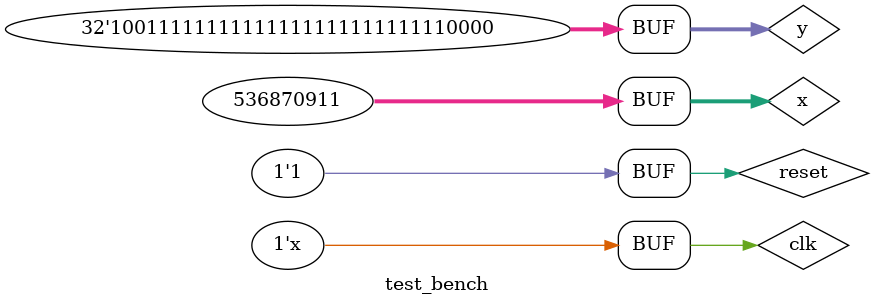
<source format=v>
`timescale 1ns / 1ps


module test_bench;
reg clk; 
reg reset; 
reg[31:0] x; 
reg[31:0] y;
wire[31:0] result;

initial
    #0 clk = 1'b1;
  always
    #10 clk = ~clk;
  
  initial
    begin
      #0 reset = 1'b0;
      #5 reset = 1'b0;
      #10 reset = 1'b1;
//      #500 $finish;
    end
    
  initial
    begin
      #11  x=32'b0001_1111_1111_1111_1111_1111_1111_1111;
      #11  y=32'b1001_1111_1111_1111_1111_1111_1111_0000;
    end
    Floating_Point_Addition
    test(clk,reset,x,y, result);
endmodule

</source>
